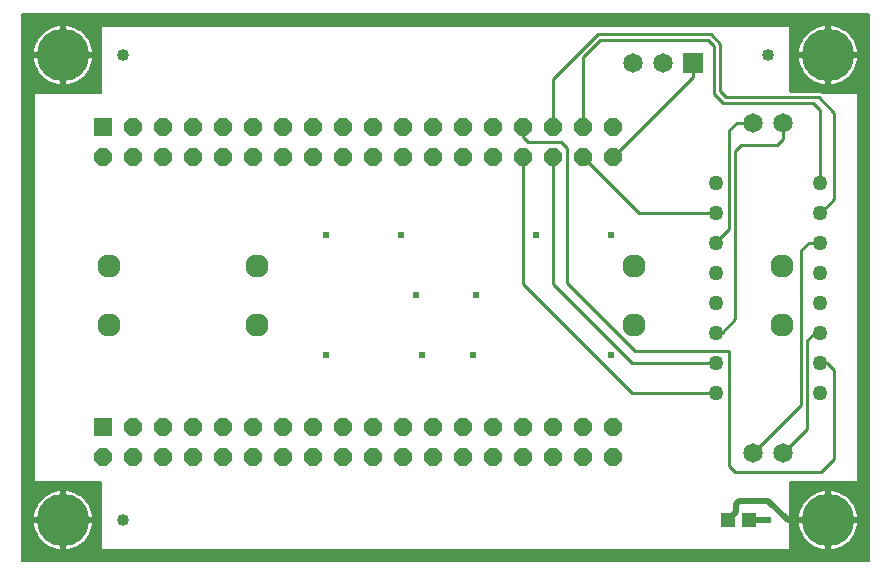
<source format=gbr>
G04 EAGLE Gerber RS-274X export*
G75*
%MOMM*%
%FSLAX34Y34*%
%LPD*%
%INBottom Copper*%
%IPPOS*%
%AMOC8*
5,1,8,0,0,1.08239X$1,22.5*%
G01*
%ADD10R,1.651000X1.651000*%
%ADD11C,1.651000*%
%ADD12C,1.960000*%
%ADD13C,4.445000*%
%ADD14C,1.016000*%
%ADD15R,1.143000X1.270000*%
%ADD16R,1.524000X1.524000*%
%ADD17P,1.649562X8X22.500000*%
%ADD18C,1.260000*%
%ADD19C,0.254000*%
%ADD20C,0.609600*%
%ADD21C,0.508000*%

G36*
X721344Y466208D02*
X721344Y466208D01*
X721337Y466327D01*
X721324Y466365D01*
X721319Y466406D01*
X721276Y466516D01*
X721239Y466629D01*
X721217Y466664D01*
X721202Y466701D01*
X721133Y466797D01*
X721069Y466898D01*
X721039Y466926D01*
X721016Y466959D01*
X720924Y467035D01*
X720837Y467116D01*
X720802Y467136D01*
X720771Y467161D01*
X720663Y467212D01*
X720559Y467270D01*
X720519Y467280D01*
X720483Y467297D01*
X720366Y467319D01*
X720251Y467349D01*
X720191Y467353D01*
X720171Y467357D01*
X720150Y467355D01*
X720090Y467359D01*
X3810Y467359D01*
X3692Y467344D01*
X3573Y467337D01*
X3535Y467324D01*
X3494Y467319D01*
X3384Y467276D01*
X3271Y467239D01*
X3236Y467217D01*
X3199Y467202D01*
X3103Y467133D01*
X3002Y467069D01*
X2974Y467039D01*
X2941Y467016D01*
X2865Y466924D01*
X2784Y466837D01*
X2764Y466802D01*
X2739Y466771D01*
X2688Y466663D01*
X2630Y466559D01*
X2620Y466519D01*
X2603Y466483D01*
X2581Y466366D01*
X2551Y466251D01*
X2547Y466191D01*
X2543Y466171D01*
X2545Y466150D01*
X2541Y466090D01*
X2541Y3810D01*
X2556Y3692D01*
X2563Y3573D01*
X2576Y3535D01*
X2581Y3494D01*
X2624Y3384D01*
X2661Y3271D01*
X2683Y3236D01*
X2698Y3199D01*
X2767Y3103D01*
X2831Y3002D01*
X2861Y2974D01*
X2884Y2941D01*
X2976Y2865D01*
X3063Y2784D01*
X3098Y2764D01*
X3129Y2739D01*
X3237Y2688D01*
X3341Y2630D01*
X3381Y2620D01*
X3417Y2603D01*
X3534Y2581D01*
X3649Y2551D01*
X3709Y2547D01*
X3729Y2543D01*
X3750Y2545D01*
X3810Y2541D01*
X720090Y2541D01*
X720208Y2556D01*
X720327Y2563D01*
X720365Y2576D01*
X720406Y2581D01*
X720516Y2624D01*
X720629Y2661D01*
X720664Y2683D01*
X720701Y2698D01*
X720797Y2767D01*
X720898Y2831D01*
X720926Y2861D01*
X720959Y2884D01*
X721035Y2976D01*
X721116Y3063D01*
X721136Y3098D01*
X721161Y3129D01*
X721212Y3237D01*
X721270Y3341D01*
X721280Y3381D01*
X721297Y3417D01*
X721319Y3534D01*
X721349Y3649D01*
X721353Y3709D01*
X721357Y3729D01*
X721355Y3750D01*
X721359Y3810D01*
X721359Y466090D01*
X721344Y466208D01*
G37*
%LPC*%
G36*
X69850Y398781D02*
X69850Y398781D01*
X69968Y398796D01*
X70087Y398803D01*
X70125Y398816D01*
X70166Y398821D01*
X70276Y398864D01*
X70389Y398901D01*
X70424Y398923D01*
X70461Y398938D01*
X70557Y399008D01*
X70658Y399071D01*
X70686Y399101D01*
X70719Y399124D01*
X70795Y399216D01*
X70876Y399303D01*
X70896Y399338D01*
X70921Y399369D01*
X70972Y399477D01*
X71030Y399581D01*
X71040Y399621D01*
X71057Y399657D01*
X71079Y399774D01*
X71109Y399889D01*
X71113Y399950D01*
X71117Y399970D01*
X71115Y399990D01*
X71119Y400050D01*
X71119Y455931D01*
X652781Y455931D01*
X652781Y401320D01*
X652796Y401202D01*
X652803Y401083D01*
X652816Y401045D01*
X652821Y401004D01*
X652864Y400894D01*
X652901Y400781D01*
X652923Y400746D01*
X652938Y400709D01*
X653008Y400613D01*
X653071Y400512D01*
X653101Y400484D01*
X653124Y400451D01*
X653216Y400375D01*
X653303Y400294D01*
X653338Y400274D01*
X653369Y400249D01*
X653477Y400198D01*
X653581Y400140D01*
X653621Y400130D01*
X653657Y400113D01*
X653774Y400091D01*
X653889Y400061D01*
X653950Y400057D01*
X653970Y400053D01*
X653990Y400055D01*
X654050Y400051D01*
X679323Y400051D01*
X680221Y399153D01*
X680299Y399092D01*
X680371Y399024D01*
X680424Y398995D01*
X680472Y398958D01*
X680563Y398918D01*
X680650Y398870D01*
X680708Y398855D01*
X680764Y398831D01*
X680862Y398816D01*
X680958Y398791D01*
X681058Y398785D01*
X681078Y398781D01*
X681090Y398783D01*
X681118Y398781D01*
X709931Y398781D01*
X709931Y71119D01*
X654050Y71119D01*
X653932Y71104D01*
X653813Y71097D01*
X653775Y71084D01*
X653734Y71079D01*
X653624Y71036D01*
X653511Y70999D01*
X653476Y70977D01*
X653439Y70962D01*
X653343Y70893D01*
X653242Y70829D01*
X653214Y70799D01*
X653181Y70776D01*
X653106Y70684D01*
X653024Y70597D01*
X653004Y70562D01*
X652979Y70531D01*
X652928Y70423D01*
X652870Y70319D01*
X652860Y70279D01*
X652843Y70243D01*
X652821Y70126D01*
X652791Y70011D01*
X652787Y69951D01*
X652783Y69931D01*
X652785Y69910D01*
X652783Y69892D01*
X652783Y69891D01*
X652781Y69850D01*
X652781Y13969D01*
X71119Y13969D01*
X71119Y69850D01*
X71104Y69968D01*
X71097Y70087D01*
X71084Y70125D01*
X71079Y70166D01*
X71036Y70276D01*
X70999Y70389D01*
X70977Y70424D01*
X70962Y70461D01*
X70893Y70557D01*
X70829Y70658D01*
X70799Y70686D01*
X70776Y70719D01*
X70684Y70795D01*
X70597Y70876D01*
X70562Y70896D01*
X70531Y70921D01*
X70423Y70972D01*
X70319Y71030D01*
X70279Y71040D01*
X70243Y71057D01*
X70126Y71079D01*
X70011Y71109D01*
X69951Y71113D01*
X69931Y71117D01*
X69910Y71115D01*
X69850Y71119D01*
X13969Y71119D01*
X13969Y398781D01*
X69850Y398781D01*
G37*
%LPD*%
%LPC*%
G36*
X688339Y434339D02*
X688339Y434339D01*
X688339Y456436D01*
X689955Y456254D01*
X692667Y455635D01*
X695292Y454717D01*
X697799Y453510D01*
X700154Y452030D01*
X702329Y450295D01*
X704295Y448329D01*
X706030Y446154D01*
X707510Y443799D01*
X708717Y441292D01*
X709635Y438667D01*
X710254Y435955D01*
X710436Y434339D01*
X688339Y434339D01*
G37*
%LPD*%
%LPC*%
G36*
X688339Y40639D02*
X688339Y40639D01*
X688339Y62736D01*
X689955Y62554D01*
X692667Y61935D01*
X695292Y61017D01*
X697799Y59810D01*
X700154Y58330D01*
X702329Y56595D01*
X704295Y54629D01*
X706030Y52454D01*
X707510Y50099D01*
X708717Y47592D01*
X709635Y44967D01*
X710254Y42255D01*
X710436Y40639D01*
X688339Y40639D01*
G37*
%LPD*%
%LPC*%
G36*
X40639Y40639D02*
X40639Y40639D01*
X40639Y62736D01*
X42255Y62554D01*
X44967Y61935D01*
X47592Y61017D01*
X50099Y59810D01*
X52454Y58330D01*
X54629Y56595D01*
X56595Y54629D01*
X58330Y52454D01*
X59810Y50099D01*
X61017Y47592D01*
X61935Y44967D01*
X62554Y42255D01*
X62736Y40639D01*
X40639Y40639D01*
G37*
%LPD*%
%LPC*%
G36*
X40639Y434339D02*
X40639Y434339D01*
X40639Y456436D01*
X42255Y456254D01*
X44967Y455635D01*
X47592Y454717D01*
X50099Y453510D01*
X52454Y452030D01*
X54629Y450295D01*
X56595Y448329D01*
X58330Y446154D01*
X59810Y443799D01*
X61017Y441292D01*
X61935Y438667D01*
X62554Y435955D01*
X62736Y434339D01*
X40639Y434339D01*
G37*
%LPD*%
%LPC*%
G36*
X40639Y429261D02*
X40639Y429261D01*
X62736Y429261D01*
X62554Y427645D01*
X61935Y424933D01*
X61017Y422308D01*
X59810Y419801D01*
X58330Y417446D01*
X56595Y415271D01*
X54629Y413305D01*
X52454Y411570D01*
X50099Y410090D01*
X47592Y408883D01*
X44967Y407965D01*
X42255Y407346D01*
X40639Y407164D01*
X40639Y429261D01*
G37*
%LPD*%
%LPC*%
G36*
X13464Y434339D02*
X13464Y434339D01*
X13646Y435955D01*
X14265Y438667D01*
X15183Y441292D01*
X16390Y443799D01*
X17870Y446154D01*
X19605Y448329D01*
X21571Y450295D01*
X23746Y452030D01*
X26101Y453510D01*
X28608Y454717D01*
X31233Y455635D01*
X33945Y456254D01*
X35561Y456436D01*
X35561Y434339D01*
X13464Y434339D01*
G37*
%LPD*%
%LPC*%
G36*
X40639Y35561D02*
X40639Y35561D01*
X62736Y35561D01*
X62554Y33945D01*
X61935Y31233D01*
X61017Y28608D01*
X59810Y26101D01*
X58330Y23746D01*
X56595Y21571D01*
X54629Y19605D01*
X52454Y17870D01*
X50099Y16390D01*
X47592Y15183D01*
X44967Y14265D01*
X42255Y13646D01*
X40639Y13464D01*
X40639Y35561D01*
G37*
%LPD*%
%LPC*%
G36*
X688339Y429261D02*
X688339Y429261D01*
X710436Y429261D01*
X710254Y427645D01*
X709635Y424933D01*
X708717Y422308D01*
X707510Y419801D01*
X706030Y417446D01*
X704295Y415271D01*
X702329Y413305D01*
X700154Y411570D01*
X697799Y410090D01*
X695292Y408883D01*
X692667Y407965D01*
X689955Y407346D01*
X688339Y407164D01*
X688339Y429261D01*
G37*
%LPD*%
%LPC*%
G36*
X688339Y35561D02*
X688339Y35561D01*
X710436Y35561D01*
X710254Y33945D01*
X709635Y31233D01*
X708717Y28608D01*
X707510Y26101D01*
X706030Y23746D01*
X704295Y21571D01*
X702329Y19605D01*
X700154Y17870D01*
X697799Y16390D01*
X695292Y15183D01*
X692667Y14265D01*
X689955Y13646D01*
X688339Y13464D01*
X688339Y35561D01*
G37*
%LPD*%
%LPC*%
G36*
X661164Y434339D02*
X661164Y434339D01*
X661346Y435955D01*
X661965Y438667D01*
X662883Y441292D01*
X664090Y443799D01*
X665570Y446154D01*
X667305Y448329D01*
X669271Y450295D01*
X671446Y452030D01*
X673801Y453510D01*
X676308Y454717D01*
X678933Y455635D01*
X681645Y456254D01*
X683261Y456436D01*
X683261Y434339D01*
X661164Y434339D01*
G37*
%LPD*%
%LPC*%
G36*
X661164Y40639D02*
X661164Y40639D01*
X661346Y42255D01*
X661965Y44967D01*
X662883Y47592D01*
X664090Y50099D01*
X665570Y52454D01*
X667305Y54629D01*
X669271Y56595D01*
X671446Y58330D01*
X673801Y59810D01*
X676308Y61017D01*
X678933Y61935D01*
X681645Y62554D01*
X683261Y62736D01*
X683261Y40639D01*
X661164Y40639D01*
G37*
%LPD*%
%LPC*%
G36*
X13464Y40639D02*
X13464Y40639D01*
X13646Y42255D01*
X14265Y44967D01*
X15183Y47592D01*
X16390Y50099D01*
X17870Y52454D01*
X19605Y54629D01*
X21571Y56595D01*
X23746Y58330D01*
X26101Y59810D01*
X28608Y61017D01*
X31233Y61935D01*
X33945Y62554D01*
X35561Y62736D01*
X35561Y40639D01*
X13464Y40639D01*
G37*
%LPD*%
%LPC*%
G36*
X33945Y13646D02*
X33945Y13646D01*
X31233Y14265D01*
X28608Y15183D01*
X26101Y16390D01*
X23746Y17870D01*
X21571Y19605D01*
X19605Y21571D01*
X17870Y23746D01*
X16390Y26101D01*
X15183Y28608D01*
X14265Y31233D01*
X13646Y33945D01*
X13464Y35561D01*
X35561Y35561D01*
X35561Y13464D01*
X33945Y13646D01*
G37*
%LPD*%
%LPC*%
G36*
X681645Y407346D02*
X681645Y407346D01*
X678933Y407965D01*
X676308Y408883D01*
X673801Y410090D01*
X671446Y411570D01*
X669271Y413305D01*
X667305Y415271D01*
X665570Y417446D01*
X664090Y419801D01*
X662883Y422308D01*
X661965Y424933D01*
X661346Y427645D01*
X661164Y429261D01*
X683261Y429261D01*
X683261Y407164D01*
X681645Y407346D01*
G37*
%LPD*%
%LPC*%
G36*
X33945Y407346D02*
X33945Y407346D01*
X31233Y407965D01*
X28608Y408883D01*
X26101Y410090D01*
X23746Y411570D01*
X21571Y413305D01*
X19605Y415271D01*
X17870Y417446D01*
X16390Y419801D01*
X15183Y422308D01*
X14265Y424933D01*
X13646Y427645D01*
X13464Y429261D01*
X35561Y429261D01*
X35561Y407164D01*
X33945Y407346D01*
G37*
%LPD*%
%LPC*%
G36*
X681645Y13646D02*
X681645Y13646D01*
X678933Y14265D01*
X676308Y15183D01*
X673801Y16390D01*
X671446Y17870D01*
X669271Y19605D01*
X667305Y21571D01*
X665570Y23746D01*
X664090Y26101D01*
X662883Y28608D01*
X661965Y31233D01*
X661346Y33945D01*
X661164Y35561D01*
X683261Y35561D01*
X683261Y13464D01*
X681645Y13646D01*
G37*
%LPD*%
%LPC*%
G36*
X38099Y431799D02*
X38099Y431799D01*
X38099Y431801D01*
X38101Y431801D01*
X38101Y431799D01*
X38099Y431799D01*
G37*
%LPD*%
%LPC*%
G36*
X38099Y38099D02*
X38099Y38099D01*
X38099Y38101D01*
X38101Y38101D01*
X38101Y38099D01*
X38099Y38099D01*
G37*
%LPD*%
%LPC*%
G36*
X685799Y38099D02*
X685799Y38099D01*
X685799Y38101D01*
X685801Y38101D01*
X685801Y38099D01*
X685799Y38099D01*
G37*
%LPD*%
%LPC*%
G36*
X685799Y431799D02*
X685799Y431799D01*
X685799Y431801D01*
X685801Y431801D01*
X685801Y431799D01*
X685799Y431799D01*
G37*
%LPD*%
D10*
X571500Y425450D03*
D11*
X546100Y425450D03*
X520700Y425450D03*
X622300Y95250D03*
X647700Y95250D03*
X622300Y374650D03*
X647700Y374650D03*
D12*
X202200Y253600D03*
X202200Y203600D03*
X77200Y203600D03*
X77200Y253600D03*
X646700Y253600D03*
X646700Y203600D03*
X521700Y203600D03*
X521700Y253600D03*
D13*
X685800Y431800D03*
X38100Y431800D03*
X38100Y38100D03*
X685800Y38100D03*
D14*
X88900Y431800D03*
X635000Y431800D03*
X88900Y38100D03*
D15*
X618490Y38100D03*
X600710Y38100D03*
D16*
X71800Y371100D03*
D17*
X71800Y345700D03*
X97200Y371100D03*
X97200Y345700D03*
X122600Y371100D03*
X122600Y345700D03*
X148000Y371100D03*
X148000Y345700D03*
X173400Y371100D03*
X173400Y345700D03*
X198800Y371100D03*
X198800Y345700D03*
X224200Y371100D03*
X224200Y345700D03*
X249600Y371100D03*
X249600Y345700D03*
X275000Y371100D03*
X275000Y345700D03*
X300400Y371100D03*
X300400Y345700D03*
X325800Y371100D03*
X325800Y345700D03*
X351200Y371100D03*
X351200Y345700D03*
X376600Y371100D03*
X376600Y345700D03*
X402000Y371100D03*
X402000Y345700D03*
X427400Y371100D03*
X427400Y345700D03*
X452800Y371100D03*
X452800Y345700D03*
X478200Y371100D03*
X478200Y345700D03*
X503600Y371100D03*
X503600Y345700D03*
D16*
X71800Y117100D03*
D17*
X71800Y91700D03*
X97200Y117100D03*
X97200Y91700D03*
X122600Y117100D03*
X122600Y91700D03*
X148000Y117100D03*
X148000Y91700D03*
X173400Y117100D03*
X173400Y91700D03*
X198800Y117100D03*
X198800Y91700D03*
X224200Y117100D03*
X224200Y91700D03*
X249600Y117100D03*
X249600Y91700D03*
X275000Y117100D03*
X275000Y91700D03*
X300400Y117100D03*
X300400Y91700D03*
X325800Y117100D03*
X325800Y91700D03*
X351200Y117100D03*
X351200Y91700D03*
X376600Y117100D03*
X376600Y91700D03*
X402000Y117100D03*
X402000Y91700D03*
X427400Y117100D03*
X427400Y91700D03*
X452800Y117100D03*
X452800Y91700D03*
X478200Y117100D03*
X478200Y91700D03*
X503600Y117100D03*
X503600Y91700D03*
D18*
X591000Y323850D03*
X591000Y298450D03*
X591000Y273050D03*
X591000Y247650D03*
X591000Y222250D03*
X591000Y196850D03*
X591000Y171450D03*
X591000Y146050D03*
X679000Y146050D03*
X679000Y171450D03*
X679000Y196850D03*
X679000Y222250D03*
X679000Y247650D03*
X679000Y273050D03*
X679000Y298450D03*
X679000Y323850D03*
D19*
X525450Y298450D02*
X478200Y345700D01*
X525450Y298450D02*
X591000Y298450D01*
X452800Y345700D02*
X452800Y238080D01*
X519430Y171450D01*
X591000Y171450D01*
X427400Y238080D02*
X427400Y345700D01*
X427400Y238080D02*
X519430Y146050D01*
X591000Y146050D01*
X427400Y362540D02*
X427400Y371100D01*
X427400Y362540D02*
X431800Y358140D01*
X459740Y358140D01*
X464820Y353060D01*
X464820Y238760D01*
X521970Y181610D02*
X601980Y181610D01*
X601980Y83820D01*
X607060Y78740D01*
X679450Y78740D01*
X690880Y90170D01*
X690880Y165100D01*
X521970Y181610D02*
X464820Y238760D01*
X684530Y171450D02*
X690880Y165100D01*
X684530Y171450D02*
X679000Y171450D01*
X679450Y298450D02*
X690880Y309880D01*
X679450Y298450D02*
X679000Y298450D01*
X690880Y383104D02*
X677744Y396240D01*
X690880Y383104D02*
X690880Y309880D01*
X677744Y396240D02*
X599440Y396240D01*
X594360Y401320D01*
X594360Y441524D01*
X586304Y449580D01*
X490656Y449580D02*
X452800Y411724D01*
X452800Y371100D01*
X490656Y449580D02*
X586304Y449580D01*
X673100Y391160D02*
X679000Y385260D01*
X679000Y323850D01*
X596900Y391160D02*
X589280Y398780D01*
X596900Y391160D02*
X673100Y391160D01*
X589280Y398780D02*
X589280Y439420D01*
X584200Y444500D01*
X492760Y444500D01*
X478200Y429940D02*
X478200Y371100D01*
X478200Y429940D02*
X492760Y444500D01*
X571500Y413600D02*
X503600Y345700D01*
X571500Y413600D02*
X571500Y425450D01*
X662940Y266700D02*
X662940Y135890D01*
X662940Y266700D02*
X669290Y273050D01*
X679000Y273050D01*
X662940Y135890D02*
X622300Y95250D01*
X668020Y190500D02*
X674370Y196850D01*
X679000Y196850D01*
X668020Y115570D02*
X647700Y95250D01*
X668020Y115570D02*
X668020Y190500D01*
X595630Y196850D02*
X591000Y196850D01*
X607060Y208280D02*
X607060Y350520D01*
X612140Y355600D01*
X642620Y355600D01*
X647700Y360680D01*
X647700Y374650D01*
X607060Y208280D02*
X595630Y196850D01*
D20*
X260350Y279400D03*
X384810Y177800D03*
X438150Y279400D03*
X501650Y279400D03*
X323850Y279400D03*
X387350Y228600D03*
D19*
X591000Y273050D02*
X591000Y273500D01*
X601980Y284480D01*
X601980Y368300D01*
X608330Y374650D01*
X622300Y374650D01*
D21*
X618490Y38100D02*
X635000Y38100D01*
D20*
X635000Y38100D03*
X260350Y177800D03*
X341630Y177800D03*
X336550Y228600D03*
X501650Y177800D03*
D21*
X610671Y54610D02*
X607695Y51634D01*
X607695Y45085D02*
X600710Y38100D01*
X607695Y45085D02*
X607695Y51634D01*
X651575Y38100D02*
X685800Y38100D01*
X635065Y54610D02*
X610671Y54610D01*
X635065Y54610D02*
X651575Y38100D01*
M02*

</source>
